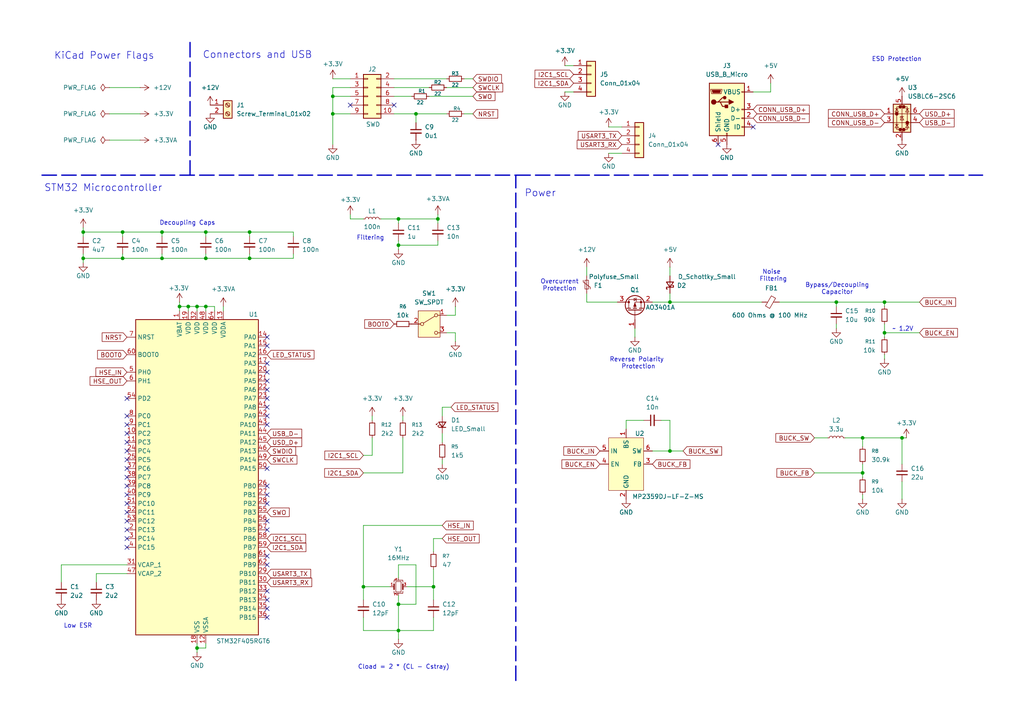
<source format=kicad_sch>
(kicad_sch (version 20250114) (generator "eeschema") (generator_version "9.0")
  (paper "A4")
  (title_block (title "STM32F405RGT6 Simple Test Board") (date "2025-11-04") (rev "1.0") (company "@Lendzeg - Nelson Rodriguez"))
  (lib_symbols
    (symbol "Connector:Screw_Terminal_01x02" (pin_names (offset 1.016) (hide yes))
      (property "Reference" "J" (at 0 2.54 0))
      (property "Value" "Screw_Terminal_01x02" (at 0 -5.08 0))
      (symbol "Screw_Terminal_01x02_1_1"
        (pin passive line (at -5.08 0 0) (length 3.81) (name "Pin_1") (number "1"))
        (pin passive line (at -5.08 -2.54 0) (length 3.81) (name "Pin_2") (number "2"))
      )
    )
    (symbol "Connector:USB_B_Micro" (pin_names (offset 1.016))
      (property "Reference" "J" (at -5.08 11.43 0))
      (property "Value" "USB_B_Micro" (at -5.08 8.89 0))
      (symbol "USB_B_Micro_1_1"
        (pin passive line (at -2.54 -10.16 90) (length 2.54) (name "Shield") (number "6"))
        (pin power_out line (at 0 -10.16 90) (length 2.54) (name "GND") (number "5"))
        (pin power_out line (at 7.62 5.08 180) (length 2.54) (name "VBUS") (number "1"))
        (pin bidirectional line (at 7.62 0 180) (length 2.54) (name "D+") (number "3"))
        (pin bidirectional line (at 7.62 -2.54 180) (length 2.54) (name "D-") (number "2"))
        (pin passive line (at 7.62 -5.08 180) (length 2.54) (name "ID") (number "4"))
      )
    )
    (symbol "Connector_Generic:Conn_01x04" (pin_names (offset 1.016) (hide yes))
      (property "Reference" "J" (at 0 5.08 0))
      (property "Value" "Conn_01x04" (at 0 -7.62 0))
      (symbol "Conn_01x04_1_1"
        (pin passive line (at -5.08 2.54 0) (length 3.81) (name "Pin_1") (number "1"))
        (pin passive line (at -5.08 0 0) (length 3.81) (name "Pin_2") (number "2"))
        (pin passive line (at -5.08 -2.54 0) (length 3.81) (name "Pin_3") (number "3"))
        (pin passive line (at -5.08 -5.08 0) (length 3.81) (name "Pin_4") (number "4"))
      )
    )
    (symbol "Connector_Generic:Conn_02x05_Odd_Even" (pin_names (offset 1.016) (hide yes))
      (property "Reference" "J" (at 1.27 7.62 0))
      (property "Value" "Conn_02x05_Odd_Even" (at 1.27 -7.62 0))
      (symbol "Conn_02x05_Odd_Even_1_1"
        (pin passive line (at -5.08 5.08 0) (length 3.81) (name "Pin_1") (number "1"))
        (pin passive line (at -5.08 2.54 0) (length 3.81) (name "Pin_3") (number "3"))
        (pin passive line (at -5.08 0 0) (length 3.81) (name "Pin_5") (number "5"))
        (pin passive line (at -5.08 -2.54 0) (length 3.81) (name "Pin_7") (number "7"))
        (pin passive line (at -5.08 -5.08 0) (length 3.81) (name "Pin_9") (number "9"))
        (pin passive line (at 7.62 5.08 180) (length 3.81) (name "Pin_2") (number "2"))
        (pin passive line (at 7.62 2.54 180) (length 3.81) (name "Pin_4") (number "4"))
        (pin passive line (at 7.62 0 180) (length 3.81) (name "Pin_6") (number "6"))
        (pin passive line (at 7.62 -2.54 180) (length 3.81) (name "Pin_8") (number "8"))
        (pin passive line (at 7.62 -5.08 180) (length 3.81) (name "Pin_10") (number "10"))
      )
    )
    (symbol "Device:C_Small" (pin_numbers (hide yes)) (pin_names (offset 0.254) (hide yes))
      (property "Reference" "C" (at 0.254 1.778 0))
      (property "Value" "C_Small" (at 0.254 -2.032 0))
      (symbol "C_Small_1_1"
        (pin passive line (at 0 2.54 270) (length 2.032) (name "~") (number "1"))
        (pin passive line (at 0 -2.54 90) (length 2.032) (name "~") (number "2"))
      )
    )
    (symbol "Device:Crystal_GND24_Small" (pin_names (offset 1.016) (hide yes))
      (property "Reference" "Y" (at 1.27 4.445 0))
      (property "Value" "Crystal_GND24_Small" (at 1.27 2.54 0))
      (symbol "Crystal_GND24_Small_1_1"
        (pin passive line (at -2.54 0 0) (length 1.27) (name "1") (number "1"))
        (pin passive line (at 0 2.54 270) (length 0.635) (name "4") (number "4"))
        (pin passive line (at 0 -2.54 90) (length 0.635) (name "2") (number "2"))
        (pin passive line (at 2.54 0 180) (length 1.27) (name "3") (number "3"))
      )
    )
    (symbol "Device:D_Schottky_Small" (pin_numbers (hide yes)) (pin_names (offset 0.254) (hide yes))
      (property "Reference" "D" (at -1.27 2.032 0))
      (property "Value" "D_Schottky_Small" (at -7.112 -2.032 0))
      (symbol "D_Schottky_Small_1_1"
        (pin passive line (at -2.54 0 0) (length 1.778) (name "K") (number "1"))
        (pin passive line (at 2.54 0 180) (length 1.778) (name "A") (number "2"))
      )
    )
    (symbol "Device:FerriteBead_Small" (pin_numbers (hide yes)) (pin_names (offset 0))
      (property "Reference" "FB" (at 1.905 1.27 0))
      (property "Value" "FerriteBead_Small" (at 1.905 -1.27 0))
      (symbol "FerriteBead_Small_1_1"
        (pin passive line (at 0 2.54 270) (length 1.27) (name "~") (number "1"))
        (pin passive line (at 0 -2.54 90) (length 1.27) (name "~") (number "2"))
      )
    )
    (symbol "Device:LED_Small" (pin_numbers (hide yes)) (pin_names (offset 0.254) (hide yes))
      (property "Reference" "D" (at -1.27 3.175 0))
      (property "Value" "LED_Small" (at -4.445 -2.54 0))
      (symbol "LED_Small_1_1"
        (pin passive line (at -2.54 0 0) (length 1.778) (name "K") (number "1"))
        (pin passive line (at 2.54 0 180) (length 1.778) (name "A") (number "2"))
      )
    )
    (symbol "Device:L_Small" (pin_numbers (hide yes)) (pin_names (offset 0.254) (hide yes))
      (property "Reference" "L" (at 0.762 1.016 0))
      (property "Value" "L_Small" (at 0.762 -1.016 0))
      (symbol "L_Small_1_1"
        (pin passive line (at 0 2.54 270) (length 0.508) (name "~") (number "1"))
        (pin passive line (at 0 -2.54 90) (length 0.508) (name "~") (number "2"))
      )
    )
    (symbol "Device:Polyfuse_Small" (pin_numbers (hide yes)) (pin_names (offset 0))
      (property "Reference" "F" (at -1.905 0 90))
      (property "Value" "Polyfuse_Small" (at 1.905 0 90))
      (symbol "Polyfuse_Small_1_1"
        (pin passive line (at 0 2.54 270) (length 0.635) (name "~") (number "1"))
        (pin passive line (at 0 -2.54 90) (length 0.635) (name "~") (number "2"))
      )
    )
    (symbol "Device:R_Small" (pin_numbers (hide yes)) (pin_names (offset 0.254) (hide yes))
      (property "Reference" "R" (at 0 0 90))
      (property "Value" "R_Small" (at 1.778 0 90))
      (symbol "R_Small_1_1"
        (pin passive line (at 0 2.54 270) (length 0.762) (name "~") (number "1"))
        (pin passive line (at 0 -2.54 90) (length 0.762) (name "~") (number "2"))
      )
    )
    (symbol "MCU_ST_STM32F4:STM32F405RGTx"
      (property "Reference" "U" (at -17.78 46.99 0))
      (property "Value" "STM32F405RGTx" (at 10.16 46.99 0))
      (symbol "STM32F405RGTx_1_1"
        (pin input line (at -20.32 40.64 0) (length 2.54) (name "NRST") (number "7"))
        (pin input line (at -20.32 35.56 0) (length 2.54) (name "BOOT0") (number "60"))
        (pin bidirectional line (at -20.32 30.48 0) (length 2.54) (name "PH0") (number "5"))
        (pin bidirectional line (at -20.32 27.94 0) (length 2.54) (name "PH1") (number "6"))
        (pin bidirectional line (at -20.32 22.86 0) (length 2.54) (name "PD2") (number "54"))
        (pin bidirectional line (at -20.32 17.78 0) (length 2.54) (name "PC0") (number "8"))
        (pin bidirectional line (at -20.32 15.24 0) (length 2.54) (name "PC1") (number "9"))
        (pin bidirectional line (at -20.32 12.7 0) (length 2.54) (name "PC2") (number "10"))
        (pin bidirectional line (at -20.32 10.16 0) (length 2.54) (name "PC3") (number "11"))
        (pin bidirectional line (at -20.32 7.62 0) (length 2.54) (name "PC4") (number "24"))
        (pin bidirectional line (at -20.32 5.08 0) (length 2.54) (name "PC5") (number "25"))
        (pin bidirectional line (at -20.32 2.54 0) (length 2.54) (name "PC6") (number "37"))
        (pin bidirectional line (at -20.32 0 0) (length 2.54) (name "PC7") (number "38"))
        (pin bidirectional line (at -20.32 -2.54 0) (length 2.54) (name "PC8") (number "39"))
        (pin bidirectional line (at -20.32 -5.08 0) (length 2.54) (name "PC9") (number "40"))
        (pin bidirectional line (at -20.32 -7.62 0) (length 2.54) (name "PC10") (number "51"))
        (pin bidirectional line (at -20.32 -10.16 0) (length 2.54) (name "PC11") (number "52"))
        (pin bidirectional line (at -20.32 -12.7 0) (length 2.54) (name "PC12") (number "53"))
        (pin bidirectional line (at -20.32 -15.24 0) (length 2.54) (name "PC13") (number "2"))
        (pin bidirectional line (at -20.32 -17.78 0) (length 2.54) (name "PC14") (number "3"))
        (pin bidirectional line (at -20.32 -20.32 0) (length 2.54) (name "PC15") (number "4"))
        (pin power_out line (at -20.32 -25.4 0) (length 2.54) (name "VCAP_1") (number "31"))
        (pin power_out line (at -20.32 -27.94 0) (length 2.54) (name "VCAP_2") (number "47"))
        (pin power_in line (at -5.08 48.26 270) (length 2.54) (name "VBAT") (number "1"))
        (pin power_in line (at -2.54 48.26 270) (length 2.54) (name "VDD") (number "19"))
        (pin power_in line (at 0 48.26 270) (length 2.54) (name "VDD") (number "32"))
        (pin power_in line (at 0 -48.26 90) (length 2.54) (name "VSS") (number "18"))
        (pin passive line (at 0 -48.26 90) (length 2.54) (hide yes) (name "VSS") (number "63"))
        (pin power_in line (at 2.54 48.26 270) (length 2.54) (name "VDD") (number "48"))
        (pin power_in line (at 2.54 -48.26 90) (length 2.54) (name "VSSA") (number "12"))
        (pin power_in line (at 5.08 48.26 270) (length 2.54) (name "VDD") (number "64"))
        (pin power_in line (at 7.62 48.26 270) (length 2.54) (name "VDDA") (number "13"))
        (pin bidirectional line (at 20.32 40.64 180) (length 2.54) (name "PA0") (number "14"))
        (pin bidirectional line (at 20.32 38.1 180) (length 2.54) (name "PA1") (number "15"))
        (pin bidirectional line (at 20.32 35.56 180) (length 2.54) (name "PA2") (number "16"))
        (pin bidirectional line (at 20.32 33.02 180) (length 2.54) (name "PA3") (number "17"))
        (pin bidirectional line (at 20.32 30.48 180) (length 2.54) (name "PA4") (number "20"))
        (pin bidirectional line (at 20.32 27.94 180) (length 2.54) (name "PA5") (number "21"))
        (pin bidirectional line (at 20.32 25.4 180) (length 2.54) (name "PA6") (number "22"))
        (pin bidirectional line (at 20.32 22.86 180) (length 2.54) (name "PA7") (number "23"))
        (pin bidirectional line (at 20.32 20.32 180) (length 2.54) (name "PA8") (number "41"))
        (pin bidirectional line (at 20.32 17.78 180) (length 2.54) (name "PA9") (number "42"))
        (pin bidirectional line (at 20.32 15.24 180) (length 2.54) (name "PA10") (number "43"))
        (pin bidirectional line (at 20.32 12.7 180) (length 2.54) (name "PA11") (number "44"))
        (pin bidirectional line (at 20.32 10.16 180) (length 2.54) (name "PA12") (number "45"))
        (pin bidirectional line (at 20.32 7.62 180) (length 2.54) (name "PA13") (number "46"))
        (pin bidirectional line (at 20.32 5.08 180) (length 2.54) (name "PA14") (number "49"))
        (pin bidirectional line (at 20.32 2.54 180) (length 2.54) (name "PA15") (number "50"))
        (pin bidirectional line (at 20.32 -2.54 180) (length 2.54) (name "PB0") (number "26"))
        (pin bidirectional line (at 20.32 -5.08 180) (length 2.54) (name "PB1") (number "27"))
        (pin bidirectional line (at 20.32 -7.62 180) (length 2.54) (name "PB2") (number "28"))
        (pin bidirectional line (at 20.32 -10.16 180) (length 2.54) (name "PB3") (number "55"))
        (pin bidirectional line (at 20.32 -12.7 180) (length 2.54) (name "PB4") (number "56"))
        (pin bidirectional line (at 20.32 -15.24 180) (length 2.54) (name "PB5") (number "57"))
        (pin bidirectional line (at 20.32 -17.78 180) (length 2.54) (name "PB6") (number "58"))
        (pin bidirectional line (at 20.32 -20.32 180) (length 2.54) (name "PB7") (number "59"))
        (pin bidirectional line (at 20.32 -22.86 180) (length 2.54) (name "PB8") (number "61"))
        (pin bidirectional line (at 20.32 -25.4 180) (length 2.54) (name "PB9") (number "62"))
        (pin bidirectional line (at 20.32 -27.94 180) (length 2.54) (name "PB10") (number "29"))
        (pin bidirectional line (at 20.32 -30.48 180) (length 2.54) (name "PB11") (number "30"))
        (pin bidirectional line (at 20.32 -33.02 180) (length 2.54) (name "PB12") (number "33"))
        (pin bidirectional line (at 20.32 -35.56 180) (length 2.54) (name "PB13") (number "34"))
        (pin bidirectional line (at 20.32 -38.1 180) (length 2.54) (name "PB14") (number "35"))
        (pin bidirectional line (at 20.32 -40.64 180) (length 2.54) (name "PB15") (number "36"))
      )
    )
    (symbol "Power_Protection:USBLC6-2SC6" (pin_names (hide yes))
      (property "Reference" "U" (at 0.635 5.715 0))
      (property "Value" "USBLC6-2SC6" (at 0.635 3.81 0))
      (symbol "USBLC6-2SC6_1_1"
        (pin passive line (at -5.08 0 0) (length 2.54) (name "I/O1") (number "1"))
        (pin passive line (at -5.08 -2.54 0) (length 2.54) (name "I/O2") (number "3"))
        (pin passive line (at 0 5.08 270) (length 2.54) (name "VBUS") (number "5"))
        (pin passive line (at 0 -7.62 90) (length 2.54) (name "GND") (number "2"))
        (pin passive line (at 5.08 0 180) (length 2.54) (name "I/O1") (number "6"))
        (pin passive line (at 5.08 -2.54 180) (length 2.54) (name "I/O2") (number "4"))
      )
    )
    (symbol "Switch:SW_SPDT" (pin_names (offset 0) (hide yes))
      (property "Reference" "SW" (at 0 5.08 0))
      (property "Value" "SW_SPDT" (at 0 -5.08 0))
      (symbol "SW_SPDT_1_1"
        (pin passive line (at -5.08 0 0) (length 2.54) (name "B") (number "2"))
        (pin passive line (at 5.08 2.54 180) (length 2.54) (name "A") (number "1"))
        (pin passive line (at 5.08 -2.54 180) (length 2.54) (name "C") (number "3"))
      )
    )
    (symbol "Transistor_FET:AO3401A" (pin_names (hide yes))
      (property "Reference" "Q" (at 5.08 1.905 0))
      (property "Value" "AO3401A" (at 5.08 0 0))
      (symbol "AO3401A_1_1"
        (pin input line (at -5.08 0 0) (length 2.54) (name "G") (number "1"))
        (pin passive line (at 2.54 5.08 270) (length 2.54) (name "D") (number "3"))
        (pin passive line (at 2.54 -5.08 90) (length 2.54) (name "S") (number "2"))
      )
    )
    (symbol "lendzeg_symbols:MP2359DJ-LF-Z-MS"
      (property "Reference" "U2" (at 10.16 5.08 0))
      (property "Value" "MP2359DJ-LF-Z-MS" (at 9.398 -13.208 0))
      (symbol "MP2359DJ-LF-Z-MS_1_1"
        (pin input line (at 0 0 0) (length 2.54) (name "IN") (number "5"))
        (pin input line (at 0 -3.81 0) (length 2.54) (name "EN") (number "4"))
        (pin input line (at 7.62 6.35 270) (length 2.54) (name "BS") (number "1"))
        (pin power_in line (at 7.62 -13.97 90) (length 2.54) (name "GND") (number "2"))
        (pin output line (at 15.24 0 180) (length 2.54) (name "SW") (number "6"))
        (pin input line (at 15.24 -3.81 180) (length 2.54) (name "FB") (number "3"))
      )
    )
    (symbol "power:+12V" (power) (pin_numbers (hide yes)) (pin_names (offset 0) (hide yes))
      (property "Value" "+12V" (at 0 3.556 0))
      (symbol "+12V_1_1"
        (pin power_in line (at 0 0 90) (length 0) (name "~") (number "1"))
      )
    )
    (symbol "power:+3.3V" (power) (pin_numbers (hide yes)) (pin_names (offset 0) (hide yes))
      (property "Value" "+3.3V" (at 0 3.556 0))
      (symbol "+3.3V_1_1"
        (pin power_in line (at 0 0 90) (length 0) (name "~") (number "1"))
      )
    )
    (symbol "power:+3.3VA" (power) (pin_numbers (hide yes)) (pin_names (offset 0) (hide yes))
      (property "Value" "+3.3VA" (at 0 3.556 0))
      (symbol "+3.3VA_1_1"
        (pin power_in line (at 0 0 90) (length 0) (name "~") (number "1"))
      )
    )
    (symbol "power:GND" (power) (pin_numbers (hide yes)) (pin_names (offset 0) (hide yes))
      (property "Value" "GND" (at 0 -3.81 0))
      (symbol "GND_1_1"
        (pin power_in line (at 0 0 270) (length 0) (name "~") (number "1"))
      )
    )
    (symbol "power:PWR_FLAG" (power) (pin_numbers (hide yes)) (pin_names (offset 0) (hide yes))
      (property "Value" "PWR_FLAG" (at 0 3.81 0))
      (symbol "PWR_FLAG_0_0"
        (pin power_out line (at 0 0 90) (length 0) (name "~") (number "1"))
      )
    )
  )
  (text "STM32 Microcontroller" (at 29.972 54.61 0) (effects (font (size 2.032 2.032))))
  (text "Low ESR" (at 22.606 181.61 0) (effects (font (size 1.27 1.27))))
  (text "Overcurrent\nProtection" (at 162.306 82.804 0) (effects (font (size 1.27 1.27))))
  (text "KiCad Power Flags" (at 30.226 16.256 0) (effects (font (size 2.032 2.032))))
  (text "Bypass/Decoupling\nCapacitor" (at 242.824 83.82 0) (effects (font (size 1.27 1.27))))
  (text "~ 1.2V" (at 261.874 95.504 0) (effects (font (size 1.27 1.27))))
  (text "Connectors and USB" (at 74.676 16.002 0) (effects (font (size 2.032 2.032))))
  (text "Decoupling Caps" (at 54.356 64.77 0) (effects (font (size 1.27 1.27))))
  (text "Filtering" (at 107.442 69.088 0) (effects (font (size 1.27 1.27))))
  (text "ESD Protection" (at 260.096 17.272 0) (effects (font (size 1.27 1.27))))
  (text "Cload = 2 * (CL - Cstray)" (at 117.094 193.548 0) (effects (font (size 1.27 1.27))))
  (text "Power" (at 156.718 56.134 0) (effects (font (size 2.032 2.032))))
  (text "Noise \nFiltering" (at 224.282 80.01 0) (effects (font (size 1.27 1.27))))
  (text "Reverse Polarity \nProtection" (at 185.166 105.41 0) (effects (font (size 1.27 1.27))))
  (junction (at 256.54 96.52))
  (junction (at 46.99 67.31))
  (junction (at 250.19 137.16))
  (junction (at 24.13 74.93))
  (junction (at 194.31 130.81))
  (junction (at 250.19 127))
  (junction (at 35.56 67.31))
  (junction (at 72.39 74.93))
  (junction (at 105.41 170.18))
  (junction (at 96.52 33.02))
  (junction (at 52.07 88.9))
  (junction (at 46.99 74.93))
  (junction (at 115.57 182.88))
  (junction (at 115.57 71.12))
  (junction (at 115.57 175.26))
  (junction (at 72.39 67.31))
  (junction (at 59.69 88.9))
  (junction (at 59.69 74.93))
  (junction (at 125.73 170.18))
  (junction (at 127 63.5))
  (junction (at 24.13 67.31))
  (junction (at 54.61 88.9))
  (junction (at 194.31 87.63))
  (junction (at 256.54 87.63))
  (junction (at 59.69 67.31))
  (junction (at 115.57 63.5))
  (junction (at 120.65 33.02))
  (junction (at 96.52 27.94))
  (junction (at 242.57 87.63))
  (junction (at 57.15 187.96))
  (junction (at 261.62 127))
  (junction (at 57.15 88.9))
  (junction (at 35.56 74.93))
  (no_connect (at 36.83 146.05))
  (no_connect (at 77.47 161.29))
  (no_connect (at 36.83 138.43))
  (no_connect (at 77.47 107.95))
  (no_connect (at 36.83 125.73))
  (no_connect (at 36.83 135.89))
  (no_connect (at 36.83 115.57))
  (no_connect (at 36.83 133.35))
  (no_connect (at 77.47 146.05))
  (no_connect (at 77.47 140.97))
  (no_connect (at 77.47 135.89))
  (no_connect (at 36.83 128.27))
  (no_connect (at 77.47 105.41))
  (no_connect (at 77.47 110.49))
  (no_connect (at 77.47 113.03))
  (no_connect (at 36.83 123.19))
  (no_connect (at 77.47 120.65))
  (no_connect (at 36.83 120.65))
  (no_connect (at 77.47 163.83))
  (no_connect (at 36.83 151.13))
  (no_connect (at 77.47 171.45))
  (no_connect (at 36.83 140.97))
  (no_connect (at 36.83 158.75))
  (no_connect (at 77.47 173.99))
  (no_connect (at 77.47 115.57))
  (no_connect (at 77.47 176.53))
  (no_connect (at 36.83 153.67))
  (no_connect (at 77.47 143.51))
  (no_connect (at 77.47 151.13))
  (no_connect (at 77.47 118.11))
  (no_connect (at 77.47 123.19))
  (no_connect (at 101.6 30.48))
  (no_connect (at 114.3 30.48))
  (no_connect (at 36.83 130.81))
  (no_connect (at 77.47 100.33))
  (no_connect (at 77.47 179.07))
  (no_connect (at 36.83 148.59))
  (no_connect (at 36.83 143.51))
  (no_connect (at 36.83 156.21))
  (no_connect (at 77.47 153.67))
  (no_connect (at 77.47 97.79))
  (no_connect (at 218.44 36.83))
  (no_connect (at 208.28 41.91))
  (polyline (pts (xy 149.606 197.358) (xy 149.606 50.8)) (stroke (width 0.381) (type dash)))
  (wire (pts (xy 57.15 187.96) (xy 57.15 189.23)))
  (wire (pts (xy 57.15 186.69) (xy 57.15 187.96)))
  (wire (pts (xy 170.18 87.63) (xy 179.07 87.63)))
  (wire (pts (xy 24.13 66.04) (xy 24.13 67.31)))
  (wire (pts (xy 72.39 73.66) (xy 72.39 74.93)))
  (wire (pts (xy 170.18 85.09) (xy 170.18 87.63)))
  (wire (pts (xy 245.11 127) (xy 250.19 127)))
  (wire (pts (xy 256.54 93.98) (xy 256.54 96.52)))
  (wire (pts (xy 125.73 156.21) (xy 128.27 156.21)))
  (wire (pts (xy 128.27 118.11) (xy 130.81 118.11)))
  (wire (pts (xy 256.54 88.9) (xy 256.54 87.63)))
  (wire (pts (xy 101.6 27.94) (xy 96.52 27.94)))
  (wire (pts (xy 261.62 127) (xy 262.89 127)))
  (wire (pts (xy 194.31 121.92) (xy 194.31 130.81)))
  (wire (pts (xy 256.54 96.52) (xy 266.7 96.52)))
  (wire (pts (xy 218.44 26.67) (xy 223.52 26.67)))
  (wire (pts (xy 57.15 88.9) (xy 59.69 88.9)))
  (wire (pts (xy 250.19 144.78) (xy 250.19 143.51)))
  (wire (pts (xy 59.69 186.69) (xy 59.69 187.96)))
  (wire (pts (xy 59.69 68.58) (xy 59.69 67.31)))
  (wire (pts (xy 107.95 127) (xy 107.95 132.08)))
  (wire (pts (xy 181.61 121.92) (xy 186.69 121.92)))
  (wire (pts (xy 35.56 67.31) (xy 46.99 67.31)))
  (wire (pts (xy 114.3 33.02) (xy 120.65 33.02)))
  (wire (pts (xy 129.54 25.4) (xy 137.16 25.4)))
  (wire (pts (xy 132.08 91.44) (xy 132.08 88.9)))
  (wire (pts (xy 59.69 187.96) (xy 57.15 187.96)))
  (wire (pts (xy 115.57 69.85) (xy 115.57 71.12)))
  (wire (pts (xy 101.6 22.86) (xy 96.52 22.86)))
  (wire (pts (xy 115.57 167.64) (xy 115.57 163.83)))
  (wire (pts (xy 115.57 71.12) (xy 115.57 72.39)))
  (polyline (pts (xy 149.606 50.8) (xy 284.988 50.8)) (stroke (width 0.381) (type dash)))
  (wire (pts (xy 120.65 175.26) (xy 115.57 175.26)))
  (wire (pts (xy 242.57 93.98) (xy 242.57 95.25)))
  (wire (pts (xy 46.99 68.58) (xy 46.99 67.31)))
  (wire (pts (xy 194.31 85.09) (xy 194.31 87.63)))
  (wire (pts (xy 96.52 33.02) (xy 96.52 41.91)))
  (wire (pts (xy 194.31 77.47) (xy 194.31 80.01)))
  (wire (pts (xy 46.99 73.66) (xy 46.99 74.93)))
  (wire (pts (xy 120.65 35.56) (xy 120.65 33.02)))
  (wire (pts (xy 250.19 127) (xy 250.19 129.54)))
  (wire (pts (xy 52.07 88.9) (xy 52.07 90.17)))
  (wire (pts (xy 223.52 24.13) (xy 223.52 26.67)))
  (wire (pts (xy 72.39 67.31) (xy 85.09 67.31)))
  (wire (pts (xy 226.06 87.63) (xy 242.57 87.63)))
  (wire (pts (xy 118.11 170.18) (xy 125.73 170.18)))
  (wire (pts (xy 35.56 74.93) (xy 35.56 73.66)))
  (wire (pts (xy 194.31 87.63) (xy 220.98 87.63)))
  (wire (pts (xy 24.13 73.66) (xy 24.13 74.93)))
  (wire (pts (xy 191.77 121.92) (xy 194.31 121.92)))
  (wire (pts (xy 250.19 127) (xy 261.62 127)))
  (wire (pts (xy 125.73 170.18) (xy 125.73 173.99)))
  (wire (pts (xy 181.61 124.46) (xy 181.61 121.92)))
  (wire (pts (xy 31.75 33.02) (xy 40.64 33.02)))
  (wire (pts (xy 24.13 67.31) (xy 24.13 68.58)))
  (wire (pts (xy 105.41 173.99) (xy 105.41 170.18)))
  (wire (pts (xy 36.83 163.83) (xy 17.78 163.83)))
  (wire (pts (xy 27.94 166.37) (xy 27.94 168.91)))
  (wire (pts (xy 163.83 19.05) (xy 166.37 19.05)))
  (wire (pts (xy 62.23 88.9) (xy 62.23 90.17)))
  (wire (pts (xy 105.41 132.08) (xy 107.95 132.08)))
  (wire (pts (xy 127 63.5) (xy 127 64.77)))
  (wire (pts (xy 115.57 63.5) (xy 127 63.5)))
  (wire (pts (xy 24.13 67.31) (xy 35.56 67.31)))
  (wire (pts (xy 57.15 90.17) (xy 57.15 88.9)))
  (wire (pts (xy 176.53 36.83) (xy 180.34 36.83)))
  (wire (pts (xy 59.69 73.66) (xy 59.69 74.93)))
  (wire (pts (xy 59.69 90.17) (xy 59.69 88.9)))
  (wire (pts (xy 59.69 67.31) (xy 72.39 67.31)))
  (wire (pts (xy 128.27 152.4) (xy 105.41 152.4)))
  (wire (pts (xy 85.09 67.31) (xy 85.09 68.58)))
  (wire (pts (xy 35.56 67.31) (xy 35.56 68.58)))
  (wire (pts (xy 132.08 96.52) (xy 132.08 99.06)))
  (wire (pts (xy 114.3 27.94) (xy 119.38 27.94)))
  (wire (pts (xy 105.41 137.16) (xy 116.84 137.16)))
  (wire (pts (xy 115.57 71.12) (xy 127 71.12)))
  (wire (pts (xy 242.57 87.63) (xy 242.57 88.9)))
  (wire (pts (xy 127 62.23) (xy 127 63.5)))
  (wire (pts (xy 46.99 67.31) (xy 59.69 67.31)))
  (wire (pts (xy 129.54 91.44) (xy 132.08 91.44)))
  (wire (pts (xy 17.78 163.83) (xy 17.78 168.91)))
  (wire (pts (xy 198.12 130.81) (xy 194.31 130.81)))
  (wire (pts (xy 120.65 163.83) (xy 120.65 175.26)))
  (wire (pts (xy 134.62 33.02) (xy 137.16 33.02)))
  (wire (pts (xy 105.41 170.18) (xy 113.03 170.18)))
  (wire (pts (xy 194.31 130.81) (xy 189.23 130.81)))
  (wire (pts (xy 59.69 88.9) (xy 62.23 88.9)))
  (wire (pts (xy 184.15 95.25) (xy 184.15 97.79)))
  (wire (pts (xy 115.57 64.77) (xy 115.57 63.5)))
  (polyline (pts (xy 55.118 50.8) (xy 55.118 11.938)) (stroke (width 0.381) (type dash)))
  (wire (pts (xy 236.22 137.16) (xy 250.19 137.16)))
  (wire (pts (xy 46.99 74.93) (xy 59.69 74.93)))
  (wire (pts (xy 54.61 88.9) (xy 57.15 88.9)))
  (wire (pts (xy 114.3 25.4) (xy 124.46 25.4)))
  (wire (pts (xy 250.19 134.62) (xy 250.19 137.16)))
  (wire (pts (xy 128.27 120.65) (xy 128.27 118.11)))
  (wire (pts (xy 101.6 62.23) (xy 101.6 63.5)))
  (wire (pts (xy 166.37 26.67) (xy 163.83 26.67)))
  (wire (pts (xy 120.65 33.02) (xy 129.54 33.02)))
  (wire (pts (xy 85.09 74.93) (xy 85.09 73.66)))
  (wire (pts (xy 31.75 25.4) (xy 40.64 25.4)))
  (wire (pts (xy 35.56 74.93) (xy 46.99 74.93)))
  (wire (pts (xy 116.84 127) (xy 116.84 137.16)))
  (wire (pts (xy 129.54 96.52) (xy 132.08 96.52)))
  (wire (pts (xy 115.57 175.26) (xy 115.57 172.72)))
  (wire (pts (xy 72.39 68.58) (xy 72.39 67.31)))
  (wire (pts (xy 105.41 182.88) (xy 115.57 182.88)))
  (wire (pts (xy 54.61 90.17) (xy 54.61 88.9)))
  (wire (pts (xy 127 71.12) (xy 127 69.85)))
  (wire (pts (xy 101.6 63.5) (xy 105.41 63.5)))
  (wire (pts (xy 105.41 152.4) (xy 105.41 170.18)))
  (wire (pts (xy 125.73 160.02) (xy 125.73 156.21)))
  (wire (pts (xy 115.57 175.26) (xy 115.57 182.88)))
  (wire (pts (xy 256.54 96.52) (xy 256.54 97.79)))
  (wire (pts (xy 31.75 40.64) (xy 40.64 40.64)))
  (wire (pts (xy 64.77 88.9) (xy 64.77 90.17)))
  (wire (pts (xy 134.62 22.86) (xy 137.16 22.86)))
  (wire (pts (xy 125.73 182.88) (xy 125.73 179.07)))
  (wire (pts (xy 36.83 166.37) (xy 27.94 166.37)))
  (wire (pts (xy 128.27 133.35) (xy 128.27 134.62)))
  (wire (pts (xy 124.46 27.94) (xy 137.16 27.94)))
  (wire (pts (xy 250.19 137.16) (xy 250.19 138.43)))
  (wire (pts (xy 176.53 44.45) (xy 180.34 44.45)))
  (wire (pts (xy 261.62 127) (xy 261.62 134.62)))
  (wire (pts (xy 24.13 74.93) (xy 35.56 74.93)))
  (wire (pts (xy 101.6 33.02) (xy 96.52 33.02)))
  (wire (pts (xy 110.49 63.5) (xy 115.57 63.5)))
  (wire (pts (xy 24.13 74.93) (xy 24.13 76.2)))
  (wire (pts (xy 101.6 25.4) (xy 96.52 25.4)))
  (wire (pts (xy 107.95 120.65) (xy 107.95 121.92)))
  (wire (pts (xy 128.27 125.73) (xy 128.27 128.27)))
  (wire (pts (xy 129.54 22.86) (xy 114.3 22.86)))
  (wire (pts (xy 59.69 74.93) (xy 72.39 74.93)))
  (wire (pts (xy 256.54 87.63) (xy 266.7 87.63)))
  (wire (pts (xy 115.57 182.88) (xy 125.73 182.88)))
  (wire (pts (xy 96.52 25.4) (xy 96.52 27.94)))
  (wire (pts (xy 115.57 182.88) (xy 115.57 185.42)))
  (wire (pts (xy 116.84 120.65) (xy 116.84 121.92)))
  (wire (pts (xy 242.57 87.63) (xy 256.54 87.63)))
  (wire (pts (xy 105.41 179.07) (xy 105.41 182.88)))
  (wire (pts (xy 170.18 77.47) (xy 170.18 80.01)))
  (wire (pts (xy 261.62 139.7) (xy 261.62 144.78)))
  (wire (pts (xy 189.23 87.63) (xy 194.31 87.63)))
  (wire (pts (xy 256.54 104.14) (xy 256.54 102.87)))
  (polyline (pts (xy 12.192 50.8) (xy 149.606 50.8)) (stroke (width 0.381) (type dash)))
  (wire (pts (xy 72.39 74.93) (xy 85.09 74.93)))
  (wire (pts (xy 115.57 163.83) (xy 120.65 163.83)))
  (wire (pts (xy 236.22 127) (xy 240.03 127)))
  (wire (pts (xy 96.52 27.94) (xy 96.52 33.02)))
  (wire (pts (xy 52.07 87.63) (xy 52.07 88.9)))
  (wire (pts (xy 125.73 165.1) (xy 125.73 170.18)))
  (wire (pts (xy 52.07 88.9) (xy 54.61 88.9)))
  (global_label "LED_STATUS" (shape input) (at 77.47 102.87 0) (property "Intersheetrefs" "${INTERSHEET_REFS}" (effects (hide yes))))
  (global_label "BOOT0" (shape input) (at 36.83 102.87 180) (property "Intersheetrefs" "${INTERSHEET_REFS}" (effects (hide yes))))
  (global_label "USD_D+" (shape input) (at 77.47 128.27 0) (property "Intersheetrefs" "${INTERSHEET_REFS}" (effects (hide yes))))
  (global_label "LED_STATUS" (shape input) (at 130.81 118.11 0) (property "Intersheetrefs" "${INTERSHEET_REFS}" (effects (hide yes))))
  (global_label "CONN_USB_D+" (shape input) (at 256.54 33.02 180) (property "Intersheetrefs" "${INTERSHEET_REFS}" (effects (hide yes))))
  (global_label "I2C1_SCL" (shape input) (at 77.47 156.21 0) (property "Intersheetrefs" "${INTERSHEET_REFS}" (effects (hide yes))))
  (global_label "I2C1_SDA" (shape input) (at 105.41 137.16 180) (property "Intersheetrefs" "${INTERSHEET_REFS}" (effects (hide yes))))
  (global_label "USB_D-" (shape input) (at 77.47 125.73 0) (property "Intersheetrefs" "${INTERSHEET_REFS}" (effects (hide yes))))
  (global_label "NRST" (shape input) (at 137.16 33.02 0) (property "Intersheetrefs" "${INTERSHEET_REFS}" (effects (hide yes))))
  (global_label "I2C1_SCL" (shape input) (at 105.41 132.08 180) (property "Intersheetrefs" "${INTERSHEET_REFS}" (effects (hide yes))))
  (global_label "BUCK_FB" (shape input) (at 189.23 134.62 0) (property "Intersheetrefs" "${INTERSHEET_REFS}" (effects (hide yes))))
  (global_label "SWO" (shape input) (at 137.16 27.94 0) (property "Intersheetrefs" "${INTERSHEET_REFS}" (effects (hide yes))))
  (global_label "BUCK_EN" (shape input) (at 266.7 96.52 0) (property "Intersheetrefs" "${INTERSHEET_REFS}" (effects (hide yes))))
  (global_label "SWCLK" (shape input) (at 137.16 25.4 0) (property "Intersheetrefs" "${INTERSHEET_REFS}" (effects (hide yes))))
  (global_label "I2C1_SCL" (shape input) (at 166.37 21.59 180) (property "Intersheetrefs" "${INTERSHEET_REFS}" (effects (hide yes))))
  (global_label "BUCK_FB" (shape input) (at 236.22 137.16 180) (property "Intersheetrefs" "${INTERSHEET_REFS}" (effects (hide yes))))
  (global_label "I2C1_SDA" (shape input) (at 77.47 158.75 0) (property "Intersheetrefs" "${INTERSHEET_REFS}" (effects (hide yes))))
  (global_label "USART3_RX" (shape input) (at 77.47 168.91 0) (property "Intersheetrefs" "${INTERSHEET_REFS}" (effects (hide yes))))
  (global_label "HSE_IN" (shape input) (at 128.27 152.4 0) (property "Intersheetrefs" "${INTERSHEET_REFS}" (effects (hide yes))))
  (global_label "BUCK_SW" (shape input) (at 198.12 130.81 0) (property "Intersheetrefs" "${INTERSHEET_REFS}" (effects (hide yes))))
  (global_label "BUCK_SW" (shape input) (at 236.22 127 180) (property "Intersheetrefs" "${INTERSHEET_REFS}" (effects (hide yes))))
  (global_label "CONN_USB_D-" (shape input) (at 218.44 34.29 0) (property "Intersheetrefs" "${INTERSHEET_REFS}" (effects (hide yes))))
  (global_label "SWDIO" (shape input) (at 77.47 130.81 0) (property "Intersheetrefs" "${INTERSHEET_REFS}" (effects (hide yes))))
  (global_label "HSE_OUT" (shape input) (at 128.27 156.21 0) (property "Intersheetrefs" "${INTERSHEET_REFS}" (effects (hide yes))))
  (global_label "USART3_TX" (shape input) (at 77.47 166.37 0) (property "Intersheetrefs" "${INTERSHEET_REFS}" (effects (hide yes))))
  (global_label "USB_D-" (shape input) (at 266.7 35.56 0) (property "Intersheetrefs" "${INTERSHEET_REFS}" (effects (hide yes))))
  (global_label "USD_D+" (shape input) (at 266.7 33.02 0) (property "Intersheetrefs" "${INTERSHEET_REFS}" (effects (hide yes))))
  (global_label "USART3_TX" (shape input) (at 180.34 39.37 180) (property "Intersheetrefs" "${INTERSHEET_REFS}" (effects (hide yes))))
  (global_label "BUCK_IN" (shape input) (at 266.7 87.63 0) (property "Intersheetrefs" "${INTERSHEET_REFS}" (effects (hide yes))))
  (global_label "CONN_USB_D+" (shape input) (at 218.44 31.75 0) (property "Intersheetrefs" "${INTERSHEET_REFS}" (effects (hide yes))))
  (global_label "BUCK_EN" (shape input) (at 173.99 134.62 180) (property "Intersheetrefs" "${INTERSHEET_REFS}" (effects (hide yes))))
  (global_label "I2C1_SDA" (shape input) (at 166.37 24.13 180) (property "Intersheetrefs" "${INTERSHEET_REFS}" (effects (hide yes))))
  (global_label "USART3_RX" (shape input) (at 180.34 41.91 180) (property "Intersheetrefs" "${INTERSHEET_REFS}" (effects (hide yes))))
  (global_label "SWDIO" (shape input) (at 137.16 22.86 0) (property "Intersheetrefs" "${INTERSHEET_REFS}" (effects (hide yes))))
  (global_label "BOOT0" (shape input) (at 114.3 93.98 180) (property "Intersheetrefs" "${INTERSHEET_REFS}" (effects (hide yes))))
  (global_label "HSE_IN" (shape input) (at 36.83 107.95 180) (property "Intersheetrefs" "${INTERSHEET_REFS}" (effects (hide yes))))
  (global_label "SWO" (shape input) (at 77.47 148.59 0) (property "Intersheetrefs" "${INTERSHEET_REFS}" (effects (hide yes))))
  (global_label "BUCK_IN" (shape input) (at 173.99 130.81 180) (property "Intersheetrefs" "${INTERSHEET_REFS}" (effects (hide yes))))
  (global_label "HSE_OUT" (shape input) (at 36.83 110.49 180) (property "Intersheetrefs" "${INTERSHEET_REFS}" (effects (hide yes))))
  (global_label "SWCLK" (shape input) (at 77.47 133.35 0) (property "Intersheetrefs" "${INTERSHEET_REFS}" (effects (hide yes))))
  (global_label "NRST" (shape input) (at 36.83 97.79 180) (property "Intersheetrefs" "${INTERSHEET_REFS}" (effects (hide yes))))
  (global_label "CONN_USB_D-" (shape input) (at 256.54 35.56 180) (property "Intersheetrefs" "${INTERSHEET_REFS}" (effects (hide yes))))
  (symbol (lib_id "Device:R_Small") (at 127 25.4 90) (mirror x) (unit 1)
    (property "Reference" "R2" (at 128.016 23.876 90) (effects (font (size 1.016 1.016)) (justify left)))
    (property "Value" "22" (at 128.016 27.178 90) (effects (font (size 1.016 1.016)) (justify left)))
    (property "Description" "Resistor, small symbol" (effects (hide yes)))
  )
  (symbol (lib_id "Device:R_Small") (at 116.84 93.98 90) (unit 1)
    (property "Reference" "R6" (at 116.84 88.9 90) (effects (font (size 1.016 1.016))))
    (property "Value" "10k" (at 116.84 91.44 90))
    (property "Description" "Resistor, small symbol" (effects (hide yes)))
  )
  (symbol (lib_id "Device:C_Small") (at 24.13 71.12 0) (unit 1)
    (property "Reference" "C2" (at 26.67 69.8562 0) (effects (justify left)))
    (property "Value" "4u7" (at 26.67 72.3962 0) (effects (justify left)))
    (property "Description" "Unpolarized capacitor, small symbol" (effects (hide yes)))
  )
  (symbol (lib_id "power:GND") (at 184.15 97.79 0) (unit 1)
    (property "Reference" "#PWR024" (effects (hide yes)))
    (property "Value" "GND" (at 184.15 101.6 0))
    (property "Description" "Power symbol creates a global label with name \"GND\" , ground" (effects (hide yes)))
  )
  (symbol (lib_id "power:PWR_FLAG") (at 31.75 40.64 90) (unit 1)
    (property "Reference" "#FLG03" (effects (hide yes)))
    (property "Value" "PWR_FLAG" (at 23.114 40.64 90))
    (property "Description" "Special symbol for telling ERC where power comes from" (effects (hide yes)))
  )
  (symbol (lib_id "Device:R_Small") (at 128.27 130.81 0) (unit 1)
    (property "Reference" "R5" (at 130.81 129.5399 0) (effects (font (size 1.016 1.016)) (justify left)))
    (property "Value" "1k5" (at 130.81 132.0799 0) (effects (justify left)))
    (property "Description" "Resistor, small symbol" (effects (hide yes)))
  )
  (symbol (lib_id "power:GND") (at 261.62 40.64 0) (unit 1)
    (property "Reference" "#PWR027" (effects (hide yes)))
    (property "Value" "GND" (at 261.62 44.45 0))
    (property "Description" "Power symbol creates a global label with name \"GND\" , ground" (effects (hide yes)))
  )
  (symbol (lib_id "Device:C_Small") (at 242.57 91.44 0) (unit 1)
    (property "Reference" "C15" (at 245.11 90.1762 0) (effects (justify left)))
    (property "Value" "10u" (at 245.11 92.7162 0) (effects (justify left)))
    (property "Description" "Unpolarized capacitor, small symbol" (effects (hide yes)))
  )
  (symbol (lib_id "power:+3.3V") (at 40.64 25.4 270) (unit 1)
    (property "Reference" "#PWR033" (effects (hide yes)))
    (property "Value" "+12V" (at 44.45 25.3999 90) (effects (justify left)))
    (property "Description" "Power symbol creates a global label with name \"+3.3V\"" (effects (hide yes)))
  )
  (symbol (lib_id "power:PWR_FLAG") (at 31.75 33.02 90) (unit 1)
    (property "Reference" "#FLG02" (effects (hide yes)))
    (property "Value" "PWR_FLAG" (at 27.94 33.0199 90) (effects (justify left)))
    (property "Description" "Special symbol for telling ERC where power comes from" (effects (hide yes)))
  )
  (symbol (lib_id "Device:R_Small") (at 121.92 27.94 90) (mirror x) (unit 1)
    (property "Reference" "R1" (at 123.444 26.416 90) (effects (font (size 1.016 1.016)) (justify left)))
    (property "Value" "22" (at 122.936 29.718 90) (effects (font (size 1.016 1.016)) (justify left)))
    (property "Description" "Resistor, small symbol" (effects (hide yes)))
  )
  (symbol (lib_id "power:+3.3V") (at 60.96 30.48 0) (unit 1)
    (property "Reference" "#PWR02" (effects (hide yes)))
    (property "Value" "+12V" (at 60.96 25.4 0))
    (property "Description" "Power symbol creates a global label with name \"+3.3V\"" (effects (hide yes)))
  )
  (symbol (lib_id "power:GND") (at 57.15 189.23 0) (unit 1)
    (property "Reference" "#PWR08" (effects (hide yes)))
    (property "Value" "GND" (at 57.15 193.04 0))
    (property "Description" "Power symbol creates a global label with name \"GND\" , ground" (effects (hide yes)))
  )
  (symbol (lib_id "Device:C_Small") (at 46.99 71.12 0) (unit 1)
    (property "Reference" "C5" (at 49.53 69.8562 0) (effects (justify left)))
    (property "Value" "100n" (at 49.53 72.3962 0) (effects (justify left)))
    (property "Description" "Unpolarized capacitor, small symbol" (effects (hide yes)))
  )
  (symbol (lib_id "Device:C_Small") (at 17.78 171.45 0) (unit 1)
    (property "Reference" "C1" (at 20.32 170.1862 0) (effects (justify left)))
    (property "Value" "2u2" (at 20.32 172.7262 0) (effects (justify left)))
    (property "Description" "Unpolarized capacitor, small symbol" (effects (hide yes)))
  )
  (symbol (lib_id "power:+3.3V") (at 40.64 33.02 270) (unit 1)
    (property "Reference" "#PWR036" (effects (hide yes)))
    (property "Value" "+3.3V" (at 44.45 33.0199 90) (effects (justify left)))
    (property "Description" "Power symbol creates a global label with name \"+3.3V\"" (effects (hide yes)))
  )
  (symbol (lib_id "power:GND") (at 132.08 99.06 0) (unit 1)
    (property "Reference" "#PWR019" (effects (hide yes)))
    (property "Value" "GND" (at 132.08 102.87 0))
    (property "Description" "Power symbol creates a global label with name \"GND\" , ground" (effects (hide yes)))
  )
  (symbol (lib_id "Device:R_Small") (at 256.54 100.33 0) (mirror y) (unit 1)
    (property "Reference" "R11" (at 254 99.0599 0) (effects (font (size 1.016 1.016)) (justify left)))
    (property "Value" "10k" (at 254 101.5999 0) (effects (justify left)))
    (property "Description" "Resistor, small symbol" (effects (hide yes)))
  )
  (symbol (lib_id "power:GND") (at 261.62 144.78 0) (unit 1)
    (property "Reference" "#PWR031" (effects (hide yes)))
    (property "Value" "GND" (at 261.62 148.59 0))
    (property "Description" "Power symbol creates a global label with name \"GND\" , ground" (effects (hide yes)))
  )
  (symbol (lib_id "MCU_ST_STM32F4:STM32F405RGTx") (at 57.15 138.43 0) (unit 1)
    (property "Reference" "U1" (at 72.136 91.186 0) (effects (justify left)))
    (property "Value" "STM32F405RGT6" (at 62.738 185.928 0) (effects (justify left)))
    (property "Footprint" "Package_QFP:LQFP-64_10x10mm_P0.5mm" (effects (hide yes)))
    (property "Datasheet" "https://www.st.com/resource/en/datasheet/stm32f405rg.pdf" (effects (hide yes)))
    (property "Description" "STMicroelectronics Arm Cortex-M4 MCU, 1024KB flash, 192KB RAM, 168 MHz, 1.8-3.6V, 51 GPIO, LQFP64" (effects (hide yes)))
  )
  (symbol (lib_id "Device:C_Small") (at 72.39 71.12 0) (unit 1)
    (property "Reference" "C7" (at 74.93 69.8562 0) (effects (justify left)))
    (property "Value" "100n" (at 74.93 72.3962 0) (effects (justify left)))
    (property "Description" "Unpolarized capacitor, small symbol" (effects (hide yes)))
  )
  (symbol (lib_id "Device:FerriteBead_Small") (at 223.52 87.63 90) (unit 1)
    (property "Reference" "FB1" (at 223.774 83.566 90))
    (property "Value" "600 Ohms @ 100 MHz" (at 223.266 91.44 90))
    (property "Description" "Ferrite bead, small symbol" (effects (hide yes)))
  )
  (symbol (lib_id "power:+3.3V") (at 132.08 88.9 0) (unit 1)
    (property "Reference" "#PWR018" (effects (hide yes)))
    (property "Value" "+3.3V" (at 132.08 83.82 0))
    (property "Description" "Power symbol creates a global label with name \"+3.3V\"" (effects (hide yes)))
  )
  (symbol (lib_id "power:GND") (at 96.52 41.91 0) (unit 1)
    (property "Reference" "#PWR011" (effects (hide yes)))
    (property "Value" "GND" (at 96.52 45.72 0))
    (property "Description" "Power symbol creates a global label with name \"GND\" , ground" (effects (hide yes)))
  )
  (symbol (lib_id "power:+12V") (at 194.31 77.47 0) (unit 1)
    (property "Reference" "#PWR025" (effects (hide yes)))
    (property "Value" "+5V" (at 194.31 72.39 0))
    (property "Description" "Power symbol creates a global label with name \"+12V\"" (effects (hide yes)))
  )
  (symbol (lib_id "Device:C_Small") (at 189.23 121.92 90) (unit 1)
    (property "Reference" "C14" (at 189.2363 115.57 90))
    (property "Value" "10n" (at 189.2363 118.11 90))
    (property "Description" "Unpolarized capacitor, small symbol" (effects (hide yes)))
  )
  (symbol (lib_id "Device:C_Small") (at 261.62 137.16 180) (unit 1)
    (property "Reference" "C16" (at 264.16 135.8835 0) (effects (justify right)))
    (property "Value" "22u" (at 264.16 138.4235 0) (effects (justify right)))
    (property "Description" "Unpolarized capacitor, small symbol" (effects (hide yes)))
  )
  (symbol (lib_id "power:+3.3VA") (at 127 62.23 0) (unit 1)
    (property "Reference" "#PWR017" (effects (hide yes)))
    (property "Value" "+3.3VA" (at 127 57.658 0))
    (property "Description" "Power symbol creates a global label with name \"+3.3VA\"" (effects (hide yes)))
  )
  (symbol (lib_id "power:GND") (at 24.13 76.2 0) (unit 1)
    (property "Reference" "#PWR05" (effects (hide yes)))
    (property "Value" "GND" (at 24.13 80.01 0))
    (property "Description" "Power symbol creates a global label with name \"GND\" , ground" (effects (hide yes)))
  )
  (symbol (lib_id "Connector:Screw_Terminal_01x02") (at 66.04 30.48 0) (unit 1)
    (property "Reference" "J1" (at 68.58 30.4799 0) (effects (justify left)))
    (property "Value" "Screw_Terminal_01x02" (at 68.58 33.0199 0) (effects (justify left)))
    (property "Description" "Generic screw terminal, single row, 01x02, script generated (kicad-library-utils/schlib/autogen/connector/)" (effects (hide yes)))
  )
  (symbol (lib_id "power:+12V") (at 223.52 24.13 0) (unit 1)
    (property "Reference" "#PWR022" (effects (hide yes)))
    (property "Value" "+5V" (at 223.52 19.05 0))
    (property "Description" "Power symbol creates a global label with name \"+12V\"" (effects (hide yes)))
  )
  (symbol (lib_id "Device:R_Small") (at 132.08 33.02 90) (mirror x) (unit 1)
    (property "Reference" "R4" (at 133.604 31.496 90) (effects (font (size 1.016 1.016)) (justify left)))
    (property "Value" "22" (at 133.096 34.798 90) (effects (font (size 1.016 1.016)) (justify left)))
    (property "Description" "Resistor, small symbol" (effects (hide yes)))
  )
  (symbol (lib_id "power:+3.3V") (at 176.53 36.83 0) (unit 1)
    (property "Reference" "#PWR039" (effects (hide yes)))
    (property "Value" "+3.3V" (at 176.53 32.512 0))
    (property "Description" "Power symbol creates a global label with name \"+3.3V\"" (effects (hide yes)))
  )
  (symbol (lib_id "Connector:USB_B_Micro") (at 210.82 31.75 0) (unit 1)
    (property "Reference" "J3" (at 210.82 19.05 0))
    (property "Value" "USB_B_Micro" (at 210.82 21.59 0))
    (property "Footprint" "Connector_USB:USB_C_Receptacle_GCT_USB4125-xx-x-0190_6P_TopMnt_Horizontal" (effects (hide yes)))
    (property "Description" "USB Micro Type B connector" (effects (hide yes)))
  )
  (symbol (lib_id "Device:LED_Small") (at 128.27 123.19 90) (unit 1)
    (property "Reference" "D1" (at 130.81 121.8564 90) (effects (justify right)))
    (property "Value" "LED_Small" (at 130.81 124.3964 90) (effects (justify right)))
    (property "Description" "Light emitting diode, small symbol" (effects (hide yes)))
    (property "Sim.Pin" "1=K 2=A" (effects (hide yes)))
  )
  (symbol (lib_id "power:+3.3V") (at 24.13 66.04 0) (unit 1)
    (property "Reference" "#PWR04" (effects (hide yes)))
    (property "Value" "+3.3V" (at 24.13 60.96 0))
    (property "Description" "Power symbol creates a global label with name \"+3.3V\"" (effects (hide yes)))
  )
  (symbol (lib_id "Device:Polyfuse_Small") (at 170.18 82.55 180) (unit 1)
    (property "Reference" "F1" (at 173.482 82.804 0))
    (property "Value" "Polyfuse_Small" (at 178.054 80.264 0))
    (property "Description" "Resettable fuse, polymeric positive temperature coefficient, small symbol" (effects (hide yes)))
  )
  (symbol (lib_id "Device:R_Small") (at 125.73 162.56 0) (unit 1)
    (property "Reference" "R7" (at 128.27 161.2899 0) (effects (font (size 1.016 1.016)) (justify left)))
    (property "Value" "47" (at 128.27 163.8299 0) (effects (justify left)))
    (property "Description" "Resistor, small symbol" (effects (hide yes)))
  )
  (symbol (lib_id "power:+3.3V") (at 52.07 87.63 0) (unit 1)
    (property "Reference" "#PWR07" (effects (hide yes)))
    (property "Value" "+3.3V" (at 51.816 83.566 0))
    (property "Description" "Power symbol creates a global label with name \"+3.3V\"" (effects (hide yes)))
  )
  (symbol (lib_id "power:GND") (at 176.53 44.45 0) (unit 1)
    (property "Reference" "#PWR041" (effects (hide yes)))
    (property "Value" "GND" (at 176.53 48.26 0))
    (property "Description" "Power symbol creates a global label with name \"GND\" , ground" (effects (hide yes)))
  )
  (symbol (lib_id "power:GND") (at 120.65 40.64 0) (unit 1)
    (property "Reference" "#PWR012" (effects (hide yes)))
    (property "Value" "GND" (at 120.65 44.45 0))
    (property "Description" "Power symbol creates a global label with name \"GND\" , ground" (effects (hide yes)))
  )
  (symbol (lib_id "Device:C_Small") (at 59.69 71.12 0) (unit 1)
    (property "Reference" "C6" (at 62.23 69.8562 0) (effects (justify left)))
    (property "Value" "100n" (at 62.23 72.3962 0) (effects (justify left)))
    (property "Description" "Unpolarized capacitor, small symbol" (effects (hide yes)))
  )
  (symbol (lib_id "power:GND") (at 27.94 173.99 0) (unit 1)
    (property "Reference" "#PWR06" (effects (hide yes)))
    (property "Value" "GND" (at 27.94 177.8 0))
    (property "Description" "Power symbol creates a global label with name \"GND\" , ground" (effects (hide yes)))
  )
  (symbol (lib_id "power:GND") (at 115.57 72.39 0) (unit 1)
    (property "Reference" "#PWR015" (effects (hide yes)))
    (property "Value" "GND" (at 115.57 76.2 0))
    (property "Description" "Power symbol creates a global label with name \"GND\" , ground" (effects (hide yes)))
  )
  (symbol (lib_id "Device:R_Small") (at 116.84 124.46 0) (unit 1)
    (property "Reference" "R13" (at 119.38 123.1899 0) (effects (font (size 1.016 1.016)) (justify left)))
    (property "Value" "2k2" (at 119.38 125.7299 0) (effects (justify left)))
    (property "Description" "Resistor, small symbol" (effects (hide yes)))
  )
  (symbol (lib_id "Device:R_Small") (at 256.54 91.44 0) (mirror y) (unit 1)
    (property "Reference" "R10" (at 254 90.1699 0) (effects (font (size 1.016 1.016)) (justify left)))
    (property "Value" "90k" (at 254 92.7099 0) (effects (justify left)))
    (property "Description" "Resistor, small symbol" (effects (hide yes)))
  )
  (symbol (lib_id "Device:R_Small") (at 132.08 22.86 90) (mirror x) (unit 1)
    (property "Reference" "R3" (at 133.096 21.336 90) (effects (font (size 1.016 1.016)) (justify left)))
    (property "Value" "22" (at 133.096 24.638 90) (effects (font (size 1.016 1.016)) (justify left)))
    (property "Description" "Resistor, small symbol" (effects (hide yes)))
  )
  (symbol (lib_id "power:+3.3V") (at 107.95 120.65 0) (unit 1)
    (property "Reference" "#PWR034" (effects (hide yes)))
    (property "Value" "+3.3V" (at 107.95 115.57 0))
    (property "Description" "Power symbol creates a global label with name \"+3.3V\"" (effects (hide yes)))
  )
  (symbol (lib_id "Power_Protection:USBLC6-2SC6") (at 261.62 33.02 0) (unit 1)
    (property "Reference" "U3" (at 263.2711 25.4 0) (effects (justify left)))
    (property "Value" "USBLC6-2SC6" (at 263.2711 27.94 0) (effects (justify left)))
    (property "Footprint" "Package_TO_SOT_SMD:SOT-23-6" (effects (hide yes)))
    (property "Datasheet" "https://www.st.com/resource/en/datasheet/usblc6-2.pdf" (effects (hide yes)))
    (property "Description" "Very low capacitance ESD protection diode, 2 data-line, SOT-23-6" (effects (hide yes)))
  )
  (symbol (lib_id "power:GND") (at 128.27 134.62 0) (unit 1)
    (property "Reference" "#PWR014" (effects (hide yes)))
    (property "Value" "GND" (at 128.27 138.43 0))
    (property "Description" "Power symbol creates a global label with name \"GND\" , ground" (effects (hide yes)))
  )
  (symbol (lib_id "Connector_Generic:Conn_01x04") (at 185.42 39.37 0) (unit 1)
    (property "Reference" "J4" (at 187.96 39.3699 0) (effects (justify left)))
    (property "Value" "Conn_01x04" (at 187.96 41.9099 0) (effects (justify left)))
    (property "Description" "Generic connector, single row, 01x04, script generated (kicad-library-utils/schlib/autogen/connector/)" (effects (hide yes)))
  )
  (symbol (lib_id "Device:C_Small") (at 35.56 71.12 0) (unit 1)
    (property "Reference" "C4" (at 38.1 69.8562 0) (effects (justify left)))
    (property "Value" "100n" (at 38.1 72.3962 0) (effects (justify left)))
    (property "Description" "Unpolarized capacitor, small symbol" (effects (hide yes)))
  )
  (symbol (lib_id "Connector_Generic:Conn_02x05_Odd_Even") (at 106.68 27.94 0) (unit 1)
    (property "Reference" "J2" (at 107.95 20.066 0))
    (property "Value" "SWD" (at 108.204 36.068 0))
    (property "Description" "Generic connector, double row, 02x05, odd/even pin numbering scheme (row 1 odd numbers, row 2 even numbers), script generated (kicad-library-utils/schlib/autogen/connector/)" (effects (hide yes)))
  )
  (symbol (lib_id "power:GND") (at 242.57 95.25 0) (unit 1)
    (property "Reference" "#PWR028" (effects (hide yes)))
    (property "Value" "GND" (at 242.57 99.06 0))
    (property "Description" "Power symbol creates a global label with name \"GND\" , ground" (effects (hide yes)))
  )
  (symbol (lib_id "power:GND") (at 115.57 185.42 0) (unit 1)
    (property "Reference" "#PWR016" (effects (hide yes)))
    (property "Value" "GND" (at 115.57 189.23 0))
    (property "Description" "Power symbol creates a global label with name \"GND\" , ground" (effects (hide yes)))
  )
  (symbol (lib_id "Device:D_Schottky_Small") (at 194.31 82.55 90) (unit 1)
    (property "Reference" "D2" (at 196.342 82.804 90) (effects (justify right)))
    (property "Value" "D_Schottky_Small" (at 196.596 80.264 90) (effects (justify right)))
    (property "Description" "Schottky diode, small symbol" (effects (hide yes)))
  )
  (symbol (lib_id "Device:L_Small") (at 242.57 127 90) (unit 1)
    (property "Reference" "L2" (at 242.57 121.92 90))
    (property "Value" "3.3u" (at 242.57 124.46 90))
    (property "Description" "Inductor, small symbol" (effects (hide yes)))
  )
  (symbol (lib_id "power:GND") (at 181.61 144.78 0) (unit 1)
    (property "Reference" "#PWR023" (effects (hide yes)))
    (property "Value" "GND" (at 181.61 148.59 0))
    (property "Description" "Power symbol creates a global label with name \"GND\" , ground" (effects (hide yes)))
  )
  (symbol (lib_id "power:+3.3V") (at 40.64 40.64 270) (unit 1)
    (property "Reference" "#PWR037" (effects (hide yes)))
    (property "Value" "+3.3VA" (at 44.45 40.6399 90) (effects (justify left)))
    (property "Description" "Power symbol creates a global label with name \"+3.3V\"" (effects (hide yes)))
  )
  (symbol (lib_id "power:+12V") (at 170.18 77.47 0) (unit 1)
    (property "Reference" "#PWR021" (effects (hide yes)))
    (property "Value" "+12V" (at 170.18 72.39 0))
    (property "Description" "Power symbol creates a global label with name \"+12V\"" (effects (hide yes)))
  )
  (symbol (lib_id "power:+3.3VA") (at 64.77 88.9 0) (unit 1)
    (property "Reference" "#PWR09" (effects (hide yes)))
    (property "Value" "+3.3VA" (at 64.77 83.82 0))
    (property "Description" "Power symbol creates a global label with name \"+3.3VA\"" (effects (hide yes)))
  )
  (symbol (lib_id "Device:R_Small") (at 250.19 140.97 0) (unit 1)
    (property "Reference" "R9" (at 252.73 139.6999 0) (effects (font (size 1.016 1.016)) (justify left)))
    (property "Value" "10k" (at 252.73 142.2399 0) (effects (justify left)))
    (property "Description" "Resistor, small symbol" (effects (hide yes)))
  )
  (symbol (lib_id "power:+3.3V") (at 101.6 62.23 0) (unit 1)
    (property "Reference" "#PWR013" (effects (hide yes)))
    (property "Value" "+3.3V" (at 101.6 57.912 0))
    (property "Description" "Power symbol creates a global label with name \"+3.3V\"" (effects (hide yes)))
  )
  (symbol (lib_id "Connector_Generic:Conn_01x04") (at 171.45 21.59 0) (unit 1)
    (property "Reference" "J5" (at 173.99 21.5899 0) (effects (justify left)))
    (property "Value" "Conn_01x04" (at 173.99 24.1299 0) (effects (justify left)))
    (property "Description" "Generic connector, single row, 01x04, script generated (kicad-library-utils/schlib/autogen/connector/)" (effects (hide yes)))
  )
  (symbol (lib_id "power:GND") (at 210.82 41.91 0) (unit 1)
    (property "Reference" "#PWR020" (effects (hide yes)))
    (property "Value" "GND" (at 210.82 45.72 0))
    (property "Description" "Power symbol creates a global label with name \"GND\" , ground" (effects (hide yes)))
  )
  (symbol (lib_id "power:+3.3V") (at 116.84 120.65 0) (unit 1)
    (property "Reference" "#PWR035" (effects (hide yes)))
    (property "Value" "+3.3V" (at 116.84 115.57 0))
    (property "Description" "Power symbol creates a global label with name \"+3.3V\"" (effects (hide yes)))
  )
  (symbol (lib_id "Device:C_Small") (at 85.09 71.12 0) (unit 1)
    (property "Reference" "C8" (at 87.63 69.8562 0) (effects (justify left)))
    (property "Value" "100n" (at 87.63 72.3962 0) (effects (justify left)))
    (property "Description" "Unpolarized capacitor, small symbol" (effects (hide yes)))
  )
  (symbol (lib_id "power:+3.3V") (at 163.83 19.05 0) (unit 1)
    (property "Reference" "#PWR038" (effects (hide yes)))
    (property "Value" "+3.3V" (at 163.83 14.732 0))
    (property "Description" "Power symbol creates a global label with name \"+3.3V\"" (effects (hide yes)))
  )
  (symbol (lib_id "lendzeg_symbols:MP2359DJ-LF-Z-MS") (at 173.99 130.81 0) (unit 1)
    (property "Reference" "U2" (at 184.15 125.73 0) (effects (justify left)))
    (property "Value" "MP2359DJ-LF-Z-MS" (at 183.388 144.018 0) (effects (justify left)))
    (property "Datasheet" "kicad-embed://MP2359DJ-LF-Z-MS.pdf" (effects (hide yes)))
    (property "Description" "High frequency, synchronous, rectified, step-down, switch-mode converter with internal power mosfets" (effects (hide yes)))
  )
  (symbol (lib_id "power:GND") (at 17.78 173.99 0) (unit 1)
    (property "Reference" "#PWR01" (effects (hide yes)))
    (property "Value" "GND" (at 17.78 177.8 0))
    (property "Description" "Power symbol creates a global label with name \"GND\" , ground" (effects (hide yes)))
  )
  (symbol (lib_id "Device:C_Small") (at 27.94 171.45 0) (unit 1)
    (property "Reference" "C3" (at 30.48 170.1862 0) (effects (justify left)))
    (property "Value" "2u2" (at 30.48 172.7262 0) (effects (justify left)))
    (property "Description" "Unpolarized capacitor, small symbol" (effects (hide yes)))
  )
  (symbol (lib_id "power:GND") (at 256.54 104.14 0) (unit 1)
    (property "Reference" "#PWR030" (effects (hide yes)))
    (property "Value" "GND" (at 256.54 107.95 0))
    (property "Description" "Power symbol creates a global label with name \"GND\" , ground" (effects (hide yes)))
  )
  (symbol (lib_id "Device:R_Small") (at 107.95 124.46 0) (unit 1)
    (property "Reference" "R12" (at 110.49 123.1899 0) (effects (font (size 1.016 1.016)) (justify left)))
    (property "Value" "2k2" (at 110.49 125.7299 0) (effects (justify left)))
    (property "Description" "Resistor, small symbol" (effects (hide yes)))
  )
  (symbol (lib_id "power:+3.3V") (at 262.89 127 0) (unit 1)
    (property "Reference" "#PWR032" (effects (hide yes)))
    (property "Value" "+3.3V" (at 262.89 122.682 0))
    (property "Description" "Power symbol creates a global label with name \"+3.3V\"" (effects (hide yes)))
  )
  (symbol (lib_id "Device:C_Small") (at 120.65 38.1 0) (unit 1)
    (property "Reference" "C9" (at 123.19 36.8362 0) (effects (justify left)))
    (property "Value" "0u1" (at 123.19 39.3762 0) (effects (justify left)))
    (property "Description" "Unpolarized capacitor, small symbol" (effects (hide yes)))
  )
  (symbol (lib_id "Device:C_Small") (at 115.57 67.31 0) (unit 1)
    (property "Reference" "C11" (at 118.11 66.0462 0) (effects (justify left)))
    (property "Value" "1u" (at 118.11 68.5862 0) (effects (justify left)))
    (property "Description" "Unpolarized capacitor, small symbol" (effects (hide yes)))
  )
  (symbol (lib_id "Device:L_Small") (at 107.95 63.5 90) (unit 1)
    (property "Reference" "L1" (at 107.95 61.214 90))
    (property "Value" "100n" (at 107.95 65.786 90))
    (property "Description" "Inductor, small symbol" (effects (hide yes)))
  )
  (symbol (lib_id "Device:C_Small") (at 105.41 176.53 0) (unit 1)
    (property "Reference" "C10" (at 107.95 175.2662 0) (effects (justify left)))
    (property "Value" "12pF" (at 107.95 177.8062 0) (effects (justify left)))
    (property "Description" "Unpolarized capacitor, small symbol" (effects (hide yes)))
  )
  (symbol (lib_id "Device:C_Small") (at 127 67.31 0) (unit 1)
    (property "Reference" "C13" (at 129.54 66.0462 0) (effects (justify left)))
    (property "Value" "10n" (at 129.54 68.5862 0) (effects (justify left)))
    (property "Description" "Unpolarized capacitor, small symbol" (effects (hide yes)))
  )
  (symbol (lib_id "power:GND") (at 163.83 26.67 0) (unit 1)
    (property "Reference" "#PWR040" (effects (hide yes)))
    (property "Value" "GND" (at 163.83 30.48 0))
    (property "Description" "Power symbol creates a global label with name \"GND\" , ground" (effects (hide yes)))
  )
  (symbol (lib_id "power:+12V") (at 261.62 27.94 0) (unit 1)
    (property "Reference" "#PWR026" (effects (hide yes)))
    (property "Value" "+5V" (at 261.62 22.86 0))
    (property "Description" "Power symbol creates a global label with name \"+12V\"" (effects (hide yes)))
  )
  (symbol (lib_id "power:GND") (at 250.19 144.78 0) (unit 1)
    (property "Reference" "#PWR029" (effects (hide yes)))
    (property "Value" "GND" (at 250.19 148.59 0))
    (property "Description" "Power symbol creates a global label with name \"GND\" , ground" (effects (hide yes)))
  )
  (symbol (lib_id "Device:Crystal_GND24_Small") (at 115.57 170.18 0) (unit 1)
    (property "Reference" "Y1" (at 115.57 159.258 0))
    (property "Value" "16MHz" (at 115.57 161.798 0))
    (property "Description" "Four pin crystal, GND on pins 2 and 4, small symbol" (effects (hide yes)))
  )
  (symbol (lib_id "Switch:SW_SPDT") (at 124.46 93.98 0) (unit 1)
    (property "Reference" "SW1" (at 124.46 85.09 0))
    (property "Value" "SW_SPDT" (at 124.46 87.63 0))
    (property "Description" "Switch, single pole double throw" (effects (hide yes)))
  )
  (symbol (lib_id "power:+3.3V") (at 96.52 22.86 0) (unit 1)
    (property "Reference" "#PWR010" (effects (hide yes)))
    (property "Value" "+3.3V" (at 96.52 18.542 0))
    (property "Description" "Power symbol creates a global label with name \"+3.3V\"" (effects (hide yes)))
  )
  (symbol (lib_id "power:GND") (at 60.96 33.02 0) (unit 1)
    (property "Reference" "#PWR03" (effects (hide yes)))
    (property "Value" "GND" (at 60.96 36.83 0))
    (property "Description" "Power symbol creates a global label with name \"GND\" , ground" (effects (hide yes)))
  )
  (symbol (lib_id "Device:C_Small") (at 125.73 176.53 0) (unit 1)
    (property "Reference" "C12" (at 128.27 175.2662 0) (effects (justify left)))
    (property "Value" "12pF" (at 128.27 177.8062 0) (effects (justify left)))
    (property "Description" "Unpolarized capacitor, small symbol" (effects (hide yes)))
  )
  (symbol (lib_id "power:PWR_FLAG") (at 31.75 25.4 90) (unit 1)
    (property "Reference" "#FLG01" (effects (hide yes)))
    (property "Value" "PWR_FLAG" (at 27.94 25.3999 90) (effects (justify left)))
    (property "Description" "Special symbol for telling ERC where power comes from" (effects (hide yes)))
  )
  (symbol (lib_id "Transistor_FET:AO3401A") (at 184.15 90.17 90) (unit 1)
    (property "Reference" "Q1" (at 184.15 84.074 90))
    (property "Value" "AO3401A" (at 191.516 89.154 90))
    (property "Footprint" "Package_TO_SOT_SMD:SOT-23" (effects (hide yes)))
    (property "Datasheet" "http://www.aosmd.com/pdfs/datasheet/AO3401A.pdf" (effects (hide yes)))
    (property "Description" "-4.0A Id, -30V Vds, P-Channel MOSFET, SOT-23" (effects (hide yes)))
  )
  (symbol (lib_id "Device:R_Small") (at 250.19 132.08 0) (unit 1)
    (property "Reference" "R8" (at 252.73 130.8099 0) (effects (font (size 1.016 1.016)) (justify left)))
    (property "Value" "30.9k" (at 252.73 133.3499 0) (effects (justify left)))
    (property "Description" "Resistor, small symbol" (effects (hide yes)))
  )
)
</source>
